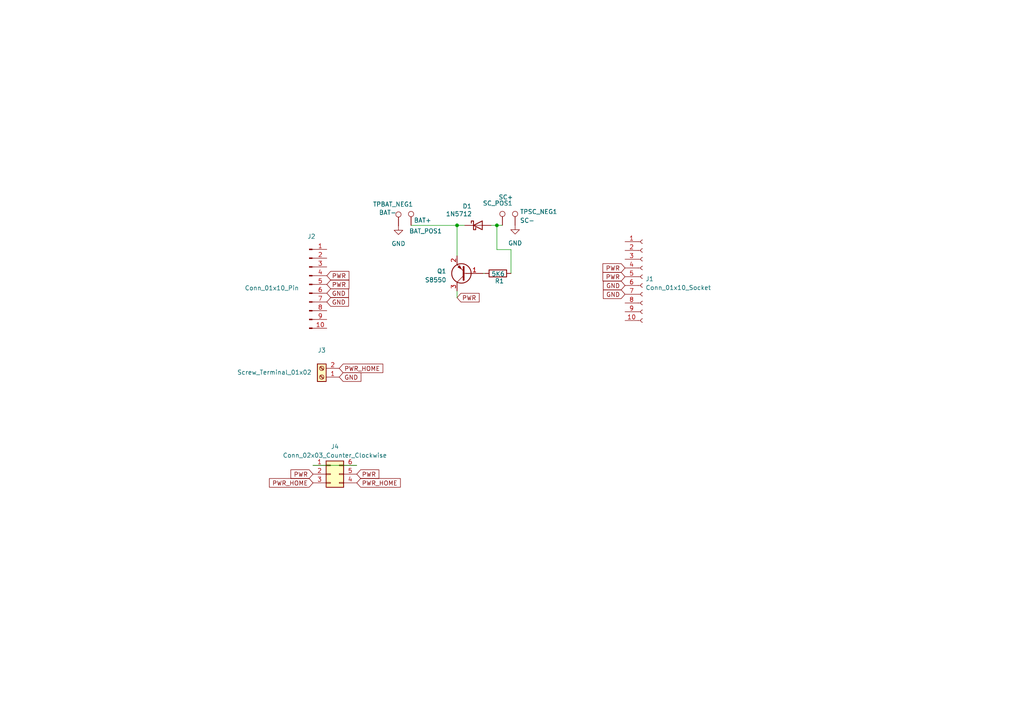
<source format=kicad_sch>
(kicad_sch (version 20230121) (generator eeschema)

  (uuid 36c3529d-7964-4040-afe2-98add62a25cb)

  (paper "A4")

  (lib_symbols
    (symbol "Connector:Conn_01x10_Pin" (pin_names (offset 1.016) hide) (in_bom yes) (on_board yes)
      (property "Reference" "J" (at 0 12.7 0)
        (effects (font (size 1.27 1.27)))
      )
      (property "Value" "Conn_01x10_Pin" (at 0 -15.24 0)
        (effects (font (size 1.27 1.27)))
      )
      (property "Footprint" "" (at 0 0 0)
        (effects (font (size 1.27 1.27)) hide)
      )
      (property "Datasheet" "~" (at 0 0 0)
        (effects (font (size 1.27 1.27)) hide)
      )
      (property "ki_locked" "" (at 0 0 0)
        (effects (font (size 1.27 1.27)))
      )
      (property "ki_keywords" "connector" (at 0 0 0)
        (effects (font (size 1.27 1.27)) hide)
      )
      (property "ki_description" "Generic connector, single row, 01x10, script generated" (at 0 0 0)
        (effects (font (size 1.27 1.27)) hide)
      )
      (property "ki_fp_filters" "Connector*:*_1x??_*" (at 0 0 0)
        (effects (font (size 1.27 1.27)) hide)
      )
      (symbol "Conn_01x10_Pin_1_1"
        (polyline
          (pts
            (xy 1.27 -12.7)
            (xy 0.8636 -12.7)
          )
          (stroke (width 0.1524) (type default))
          (fill (type none))
        )
        (polyline
          (pts
            (xy 1.27 -10.16)
            (xy 0.8636 -10.16)
          )
          (stroke (width 0.1524) (type default))
          (fill (type none))
        )
        (polyline
          (pts
            (xy 1.27 -7.62)
            (xy 0.8636 -7.62)
          )
          (stroke (width 0.1524) (type default))
          (fill (type none))
        )
        (polyline
          (pts
            (xy 1.27 -5.08)
            (xy 0.8636 -5.08)
          )
          (stroke (width 0.1524) (type default))
          (fill (type none))
        )
        (polyline
          (pts
            (xy 1.27 -2.54)
            (xy 0.8636 -2.54)
          )
          (stroke (width 0.1524) (type default))
          (fill (type none))
        )
        (polyline
          (pts
            (xy 1.27 0)
            (xy 0.8636 0)
          )
          (stroke (width 0.1524) (type default))
          (fill (type none))
        )
        (polyline
          (pts
            (xy 1.27 2.54)
            (xy 0.8636 2.54)
          )
          (stroke (width 0.1524) (type default))
          (fill (type none))
        )
        (polyline
          (pts
            (xy 1.27 5.08)
            (xy 0.8636 5.08)
          )
          (stroke (width 0.1524) (type default))
          (fill (type none))
        )
        (polyline
          (pts
            (xy 1.27 7.62)
            (xy 0.8636 7.62)
          )
          (stroke (width 0.1524) (type default))
          (fill (type none))
        )
        (polyline
          (pts
            (xy 1.27 10.16)
            (xy 0.8636 10.16)
          )
          (stroke (width 0.1524) (type default))
          (fill (type none))
        )
        (rectangle (start 0.8636 -12.573) (end 0 -12.827)
          (stroke (width 0.1524) (type default))
          (fill (type outline))
        )
        (rectangle (start 0.8636 -10.033) (end 0 -10.287)
          (stroke (width 0.1524) (type default))
          (fill (type outline))
        )
        (rectangle (start 0.8636 -7.493) (end 0 -7.747)
          (stroke (width 0.1524) (type default))
          (fill (type outline))
        )
        (rectangle (start 0.8636 -4.953) (end 0 -5.207)
          (stroke (width 0.1524) (type default))
          (fill (type outline))
        )
        (rectangle (start 0.8636 -2.413) (end 0 -2.667)
          (stroke (width 0.1524) (type default))
          (fill (type outline))
        )
        (rectangle (start 0.8636 0.127) (end 0 -0.127)
          (stroke (width 0.1524) (type default))
          (fill (type outline))
        )
        (rectangle (start 0.8636 2.667) (end 0 2.413)
          (stroke (width 0.1524) (type default))
          (fill (type outline))
        )
        (rectangle (start 0.8636 5.207) (end 0 4.953)
          (stroke (width 0.1524) (type default))
          (fill (type outline))
        )
        (rectangle (start 0.8636 7.747) (end 0 7.493)
          (stroke (width 0.1524) (type default))
          (fill (type outline))
        )
        (rectangle (start 0.8636 10.287) (end 0 10.033)
          (stroke (width 0.1524) (type default))
          (fill (type outline))
        )
        (pin passive line (at 5.08 10.16 180) (length 3.81)
          (name "Pin_1" (effects (font (size 1.27 1.27))))
          (number "1" (effects (font (size 1.27 1.27))))
        )
        (pin passive line (at 5.08 -12.7 180) (length 3.81)
          (name "Pin_10" (effects (font (size 1.27 1.27))))
          (number "10" (effects (font (size 1.27 1.27))))
        )
        (pin passive line (at 5.08 7.62 180) (length 3.81)
          (name "Pin_2" (effects (font (size 1.27 1.27))))
          (number "2" (effects (font (size 1.27 1.27))))
        )
        (pin passive line (at 5.08 5.08 180) (length 3.81)
          (name "Pin_3" (effects (font (size 1.27 1.27))))
          (number "3" (effects (font (size 1.27 1.27))))
        )
        (pin passive line (at 5.08 2.54 180) (length 3.81)
          (name "Pin_4" (effects (font (size 1.27 1.27))))
          (number "4" (effects (font (size 1.27 1.27))))
        )
        (pin passive line (at 5.08 0 180) (length 3.81)
          (name "Pin_5" (effects (font (size 1.27 1.27))))
          (number "5" (effects (font (size 1.27 1.27))))
        )
        (pin passive line (at 5.08 -2.54 180) (length 3.81)
          (name "Pin_6" (effects (font (size 1.27 1.27))))
          (number "6" (effects (font (size 1.27 1.27))))
        )
        (pin passive line (at 5.08 -5.08 180) (length 3.81)
          (name "Pin_7" (effects (font (size 1.27 1.27))))
          (number "7" (effects (font (size 1.27 1.27))))
        )
        (pin passive line (at 5.08 -7.62 180) (length 3.81)
          (name "Pin_8" (effects (font (size 1.27 1.27))))
          (number "8" (effects (font (size 1.27 1.27))))
        )
        (pin passive line (at 5.08 -10.16 180) (length 3.81)
          (name "Pin_9" (effects (font (size 1.27 1.27))))
          (number "9" (effects (font (size 1.27 1.27))))
        )
      )
    )
    (symbol "Connector:Conn_01x10_Socket" (pin_names (offset 1.016) hide) (in_bom yes) (on_board yes)
      (property "Reference" "J" (at 0 12.7 0)
        (effects (font (size 1.27 1.27)))
      )
      (property "Value" "Conn_01x10_Socket" (at 0 -15.24 0)
        (effects (font (size 1.27 1.27)))
      )
      (property "Footprint" "" (at 0 0 0)
        (effects (font (size 1.27 1.27)) hide)
      )
      (property "Datasheet" "~" (at 0 0 0)
        (effects (font (size 1.27 1.27)) hide)
      )
      (property "ki_locked" "" (at 0 0 0)
        (effects (font (size 1.27 1.27)))
      )
      (property "ki_keywords" "connector" (at 0 0 0)
        (effects (font (size 1.27 1.27)) hide)
      )
      (property "ki_description" "Generic connector, single row, 01x10, script generated" (at 0 0 0)
        (effects (font (size 1.27 1.27)) hide)
      )
      (property "ki_fp_filters" "Connector*:*_1x??_*" (at 0 0 0)
        (effects (font (size 1.27 1.27)) hide)
      )
      (symbol "Conn_01x10_Socket_1_1"
        (arc (start 0 -12.192) (mid -0.5058 -12.7) (end 0 -13.208)
          (stroke (width 0.1524) (type default))
          (fill (type none))
        )
        (arc (start 0 -9.652) (mid -0.5058 -10.16) (end 0 -10.668)
          (stroke (width 0.1524) (type default))
          (fill (type none))
        )
        (arc (start 0 -7.112) (mid -0.5058 -7.62) (end 0 -8.128)
          (stroke (width 0.1524) (type default))
          (fill (type none))
        )
        (arc (start 0 -4.572) (mid -0.5058 -5.08) (end 0 -5.588)
          (stroke (width 0.1524) (type default))
          (fill (type none))
        )
        (arc (start 0 -2.032) (mid -0.5058 -2.54) (end 0 -3.048)
          (stroke (width 0.1524) (type default))
          (fill (type none))
        )
        (polyline
          (pts
            (xy -1.27 -12.7)
            (xy -0.508 -12.7)
          )
          (stroke (width 0.1524) (type default))
          (fill (type none))
        )
        (polyline
          (pts
            (xy -1.27 -10.16)
            (xy -0.508 -10.16)
          )
          (stroke (width 0.1524) (type default))
          (fill (type none))
        )
        (polyline
          (pts
            (xy -1.27 -7.62)
            (xy -0.508 -7.62)
          )
          (stroke (width 0.1524) (type default))
          (fill (type none))
        )
        (polyline
          (pts
            (xy -1.27 -5.08)
            (xy -0.508 -5.08)
          )
          (stroke (width 0.1524) (type default))
          (fill (type none))
        )
        (polyline
          (pts
            (xy -1.27 -2.54)
            (xy -0.508 -2.54)
          )
          (stroke (width 0.1524) (type default))
          (fill (type none))
        )
        (polyline
          (pts
            (xy -1.27 0)
            (xy -0.508 0)
          )
          (stroke (width 0.1524) (type default))
          (fill (type none))
        )
        (polyline
          (pts
            (xy -1.27 2.54)
            (xy -0.508 2.54)
          )
          (stroke (width 0.1524) (type default))
          (fill (type none))
        )
        (polyline
          (pts
            (xy -1.27 5.08)
            (xy -0.508 5.08)
          )
          (stroke (width 0.1524) (type default))
          (fill (type none))
        )
        (polyline
          (pts
            (xy -1.27 7.62)
            (xy -0.508 7.62)
          )
          (stroke (width 0.1524) (type default))
          (fill (type none))
        )
        (polyline
          (pts
            (xy -1.27 10.16)
            (xy -0.508 10.16)
          )
          (stroke (width 0.1524) (type default))
          (fill (type none))
        )
        (arc (start 0 0.508) (mid -0.5058 0) (end 0 -0.508)
          (stroke (width 0.1524) (type default))
          (fill (type none))
        )
        (arc (start 0 3.048) (mid -0.5058 2.54) (end 0 2.032)
          (stroke (width 0.1524) (type default))
          (fill (type none))
        )
        (arc (start 0 5.588) (mid -0.5058 5.08) (end 0 4.572)
          (stroke (width 0.1524) (type default))
          (fill (type none))
        )
        (arc (start 0 8.128) (mid -0.5058 7.62) (end 0 7.112)
          (stroke (width 0.1524) (type default))
          (fill (type none))
        )
        (arc (start 0 10.668) (mid -0.5058 10.16) (end 0 9.652)
          (stroke (width 0.1524) (type default))
          (fill (type none))
        )
        (pin passive line (at -5.08 10.16 0) (length 3.81)
          (name "Pin_1" (effects (font (size 1.27 1.27))))
          (number "1" (effects (font (size 1.27 1.27))))
        )
        (pin passive line (at -5.08 -12.7 0) (length 3.81)
          (name "Pin_10" (effects (font (size 1.27 1.27))))
          (number "10" (effects (font (size 1.27 1.27))))
        )
        (pin passive line (at -5.08 7.62 0) (length 3.81)
          (name "Pin_2" (effects (font (size 1.27 1.27))))
          (number "2" (effects (font (size 1.27 1.27))))
        )
        (pin passive line (at -5.08 5.08 0) (length 3.81)
          (name "Pin_3" (effects (font (size 1.27 1.27))))
          (number "3" (effects (font (size 1.27 1.27))))
        )
        (pin passive line (at -5.08 2.54 0) (length 3.81)
          (name "Pin_4" (effects (font (size 1.27 1.27))))
          (number "4" (effects (font (size 1.27 1.27))))
        )
        (pin passive line (at -5.08 0 0) (length 3.81)
          (name "Pin_5" (effects (font (size 1.27 1.27))))
          (number "5" (effects (font (size 1.27 1.27))))
        )
        (pin passive line (at -5.08 -2.54 0) (length 3.81)
          (name "Pin_6" (effects (font (size 1.27 1.27))))
          (number "6" (effects (font (size 1.27 1.27))))
        )
        (pin passive line (at -5.08 -5.08 0) (length 3.81)
          (name "Pin_7" (effects (font (size 1.27 1.27))))
          (number "7" (effects (font (size 1.27 1.27))))
        )
        (pin passive line (at -5.08 -7.62 0) (length 3.81)
          (name "Pin_8" (effects (font (size 1.27 1.27))))
          (number "8" (effects (font (size 1.27 1.27))))
        )
        (pin passive line (at -5.08 -10.16 0) (length 3.81)
          (name "Pin_9" (effects (font (size 1.27 1.27))))
          (number "9" (effects (font (size 1.27 1.27))))
        )
      )
    )
    (symbol "Connector:Screw_Terminal_01x02" (pin_names (offset 1.016) hide) (in_bom yes) (on_board yes)
      (property "Reference" "J" (at 0 2.54 0)
        (effects (font (size 1.27 1.27)))
      )
      (property "Value" "Screw_Terminal_01x02" (at 0 -5.08 0)
        (effects (font (size 1.27 1.27)))
      )
      (property "Footprint" "" (at 0 0 0)
        (effects (font (size 1.27 1.27)) hide)
      )
      (property "Datasheet" "~" (at 0 0 0)
        (effects (font (size 1.27 1.27)) hide)
      )
      (property "ki_keywords" "screw terminal" (at 0 0 0)
        (effects (font (size 1.27 1.27)) hide)
      )
      (property "ki_description" "Generic screw terminal, single row, 01x02, script generated (kicad-library-utils/schlib/autogen/connector/)" (at 0 0 0)
        (effects (font (size 1.27 1.27)) hide)
      )
      (property "ki_fp_filters" "TerminalBlock*:*" (at 0 0 0)
        (effects (font (size 1.27 1.27)) hide)
      )
      (symbol "Screw_Terminal_01x02_1_1"
        (rectangle (start -1.27 1.27) (end 1.27 -3.81)
          (stroke (width 0.254) (type default))
          (fill (type background))
        )
        (circle (center 0 -2.54) (radius 0.635)
          (stroke (width 0.1524) (type default))
          (fill (type none))
        )
        (polyline
          (pts
            (xy -0.5334 -2.2098)
            (xy 0.3302 -3.048)
          )
          (stroke (width 0.1524) (type default))
          (fill (type none))
        )
        (polyline
          (pts
            (xy -0.5334 0.3302)
            (xy 0.3302 -0.508)
          )
          (stroke (width 0.1524) (type default))
          (fill (type none))
        )
        (polyline
          (pts
            (xy -0.3556 -2.032)
            (xy 0.508 -2.8702)
          )
          (stroke (width 0.1524) (type default))
          (fill (type none))
        )
        (polyline
          (pts
            (xy -0.3556 0.508)
            (xy 0.508 -0.3302)
          )
          (stroke (width 0.1524) (type default))
          (fill (type none))
        )
        (circle (center 0 0) (radius 0.635)
          (stroke (width 0.1524) (type default))
          (fill (type none))
        )
        (pin passive line (at -5.08 0 0) (length 3.81)
          (name "Pin_1" (effects (font (size 1.27 1.27))))
          (number "1" (effects (font (size 1.27 1.27))))
        )
        (pin passive line (at -5.08 -2.54 0) (length 3.81)
          (name "Pin_2" (effects (font (size 1.27 1.27))))
          (number "2" (effects (font (size 1.27 1.27))))
        )
      )
    )
    (symbol "Connector:TestPoint" (pin_numbers hide) (pin_names (offset 0.762) hide) (in_bom yes) (on_board yes)
      (property "Reference" "TP" (at 0 6.858 0)
        (effects (font (size 1.27 1.27)))
      )
      (property "Value" "TestPoint" (at 0 5.08 0)
        (effects (font (size 1.27 1.27)))
      )
      (property "Footprint" "" (at 5.08 0 0)
        (effects (font (size 1.27 1.27)) hide)
      )
      (property "Datasheet" "~" (at 5.08 0 0)
        (effects (font (size 1.27 1.27)) hide)
      )
      (property "ki_keywords" "test point tp" (at 0 0 0)
        (effects (font (size 1.27 1.27)) hide)
      )
      (property "ki_description" "test point" (at 0 0 0)
        (effects (font (size 1.27 1.27)) hide)
      )
      (property "ki_fp_filters" "Pin* Test*" (at 0 0 0)
        (effects (font (size 1.27 1.27)) hide)
      )
      (symbol "TestPoint_0_1"
        (circle (center 0 3.302) (radius 0.762)
          (stroke (width 0) (type default))
          (fill (type none))
        )
      )
      (symbol "TestPoint_1_1"
        (pin passive line (at 0 0 90) (length 2.54)
          (name "1" (effects (font (size 1.27 1.27))))
          (number "1" (effects (font (size 1.27 1.27))))
        )
      )
    )
    (symbol "Connector_Generic:Conn_02x03_Counter_Clockwise" (pin_names (offset 1.016) hide) (in_bom yes) (on_board yes)
      (property "Reference" "J" (at 1.27 5.08 0)
        (effects (font (size 1.27 1.27)))
      )
      (property "Value" "Conn_02x03_Counter_Clockwise" (at 1.27 -5.08 0)
        (effects (font (size 1.27 1.27)))
      )
      (property "Footprint" "" (at 0 0 0)
        (effects (font (size 1.27 1.27)) hide)
      )
      (property "Datasheet" "~" (at 0 0 0)
        (effects (font (size 1.27 1.27)) hide)
      )
      (property "ki_keywords" "connector" (at 0 0 0)
        (effects (font (size 1.27 1.27)) hide)
      )
      (property "ki_description" "Generic connector, double row, 02x03, counter clockwise pin numbering scheme (similar to DIP package numbering), script generated (kicad-library-utils/schlib/autogen/connector/)" (at 0 0 0)
        (effects (font (size 1.27 1.27)) hide)
      )
      (property "ki_fp_filters" "Connector*:*_2x??_*" (at 0 0 0)
        (effects (font (size 1.27 1.27)) hide)
      )
      (symbol "Conn_02x03_Counter_Clockwise_1_1"
        (rectangle (start -1.27 -2.413) (end 0 -2.667)
          (stroke (width 0.1524) (type default))
          (fill (type none))
        )
        (rectangle (start -1.27 0.127) (end 0 -0.127)
          (stroke (width 0.1524) (type default))
          (fill (type none))
        )
        (rectangle (start -1.27 2.667) (end 0 2.413)
          (stroke (width 0.1524) (type default))
          (fill (type none))
        )
        (rectangle (start -1.27 3.81) (end 3.81 -3.81)
          (stroke (width 0.254) (type default))
          (fill (type background))
        )
        (rectangle (start 3.81 -2.413) (end 2.54 -2.667)
          (stroke (width 0.1524) (type default))
          (fill (type none))
        )
        (rectangle (start 3.81 0.127) (end 2.54 -0.127)
          (stroke (width 0.1524) (type default))
          (fill (type none))
        )
        (rectangle (start 3.81 2.667) (end 2.54 2.413)
          (stroke (width 0.1524) (type default))
          (fill (type none))
        )
        (pin passive line (at -5.08 2.54 0) (length 3.81)
          (name "Pin_1" (effects (font (size 1.27 1.27))))
          (number "1" (effects (font (size 1.27 1.27))))
        )
        (pin passive line (at -5.08 0 0) (length 3.81)
          (name "Pin_2" (effects (font (size 1.27 1.27))))
          (number "2" (effects (font (size 1.27 1.27))))
        )
        (pin passive line (at -5.08 -2.54 0) (length 3.81)
          (name "Pin_3" (effects (font (size 1.27 1.27))))
          (number "3" (effects (font (size 1.27 1.27))))
        )
        (pin passive line (at 7.62 -2.54 180) (length 3.81)
          (name "Pin_4" (effects (font (size 1.27 1.27))))
          (number "4" (effects (font (size 1.27 1.27))))
        )
        (pin passive line (at 7.62 0 180) (length 3.81)
          (name "Pin_5" (effects (font (size 1.27 1.27))))
          (number "5" (effects (font (size 1.27 1.27))))
        )
        (pin passive line (at 7.62 2.54 180) (length 3.81)
          (name "Pin_6" (effects (font (size 1.27 1.27))))
          (number "6" (effects (font (size 1.27 1.27))))
        )
      )
    )
    (symbol "Device:R" (pin_numbers hide) (pin_names (offset 0)) (in_bom yes) (on_board yes)
      (property "Reference" "R" (at 2.032 0 90)
        (effects (font (size 1.27 1.27)))
      )
      (property "Value" "R" (at 0 0 90)
        (effects (font (size 1.27 1.27)))
      )
      (property "Footprint" "" (at -1.778 0 90)
        (effects (font (size 1.27 1.27)) hide)
      )
      (property "Datasheet" "~" (at 0 0 0)
        (effects (font (size 1.27 1.27)) hide)
      )
      (property "ki_keywords" "R res resistor" (at 0 0 0)
        (effects (font (size 1.27 1.27)) hide)
      )
      (property "ki_description" "Resistor" (at 0 0 0)
        (effects (font (size 1.27 1.27)) hide)
      )
      (property "ki_fp_filters" "R_*" (at 0 0 0)
        (effects (font (size 1.27 1.27)) hide)
      )
      (symbol "R_0_1"
        (rectangle (start -1.016 -2.54) (end 1.016 2.54)
          (stroke (width 0.254) (type default))
          (fill (type none))
        )
      )
      (symbol "R_1_1"
        (pin passive line (at 0 3.81 270) (length 1.27)
          (name "~" (effects (font (size 1.27 1.27))))
          (number "1" (effects (font (size 1.27 1.27))))
        )
        (pin passive line (at 0 -3.81 90) (length 1.27)
          (name "~" (effects (font (size 1.27 1.27))))
          (number "2" (effects (font (size 1.27 1.27))))
        )
      )
    )
    (symbol "Diode:1N5712" (pin_numbers hide) (pin_names (offset 1.016) hide) (in_bom yes) (on_board yes)
      (property "Reference" "D" (at 0 2.54 0)
        (effects (font (size 1.27 1.27)))
      )
      (property "Value" "1N5712" (at 0 -2.54 0)
        (effects (font (size 1.27 1.27)))
      )
      (property "Footprint" "Diode_THT:D_DO-35_SOD27_P7.62mm_Horizontal" (at 0 -4.445 0)
        (effects (font (size 1.27 1.27)) hide)
      )
      (property "Datasheet" "https://www.microsemi.com/document-portal/doc_download/8865-lds-0040-datasheet" (at 0 0 0)
        (effects (font (size 1.27 1.27)) hide)
      )
      (property "ki_keywords" "diode Schottky" (at 0 0 0)
        (effects (font (size 1.27 1.27)) hide)
      )
      (property "ki_description" "20V 75mA Schottky diode, DO-35" (at 0 0 0)
        (effects (font (size 1.27 1.27)) hide)
      )
      (property "ki_fp_filters" "D*DO?35*" (at 0 0 0)
        (effects (font (size 1.27 1.27)) hide)
      )
      (symbol "1N5712_0_1"
        (polyline
          (pts
            (xy 1.27 0)
            (xy -1.27 0)
          )
          (stroke (width 0) (type default))
          (fill (type none))
        )
        (polyline
          (pts
            (xy 1.27 1.27)
            (xy 1.27 -1.27)
            (xy -1.27 0)
            (xy 1.27 1.27)
          )
          (stroke (width 0.254) (type default))
          (fill (type none))
        )
        (polyline
          (pts
            (xy -1.905 0.635)
            (xy -1.905 1.27)
            (xy -1.27 1.27)
            (xy -1.27 -1.27)
            (xy -0.635 -1.27)
            (xy -0.635 -0.635)
          )
          (stroke (width 0.254) (type default))
          (fill (type none))
        )
      )
      (symbol "1N5712_1_1"
        (pin passive line (at -3.81 0 0) (length 2.54)
          (name "K" (effects (font (size 1.27 1.27))))
          (number "1" (effects (font (size 1.27 1.27))))
        )
        (pin passive line (at 3.81 0 180) (length 2.54)
          (name "A" (effects (font (size 1.27 1.27))))
          (number "2" (effects (font (size 1.27 1.27))))
        )
      )
    )
    (symbol "Transistor_BJT:S8550" (pin_names (offset 0) hide) (in_bom yes) (on_board yes)
      (property "Reference" "Q" (at 5.08 1.905 0)
        (effects (font (size 1.27 1.27)) (justify left))
      )
      (property "Value" "S8550" (at -6.9088 9.0424 0)
        (effects (font (size 1.27 1.27)) (justify left))
      )
      (property "Footprint" "Package_TO_SOT_THT:TO-92_Inline" (at -11.5316 13.3604 0)
        (effects (font (size 1.27 1.27) italic) (justify left) hide)
      )
      (property "Datasheet" "http://www.unisonic.com.tw/datasheet/S8550.pdf" (at -14.1224 15.24 0)
        (effects (font (size 1.27 1.27)) (justify left) hide)
      )
      (property "ki_keywords" "S8550 PNP Low Voltage High Current Transistor" (at 0 0 0)
        (effects (font (size 1.27 1.27)) hide)
      )
      (property "ki_description" "0.7A Ic, 20V Vce, Low Voltage High Current PNP Transistor, TO-92" (at 0 0 0)
        (effects (font (size 1.27 1.27)) hide)
      )
      (property "ki_fp_filters" "TO?92*" (at 0 0 0)
        (effects (font (size 1.27 1.27)) hide)
      )
      (symbol "S8550_0_1"
        (polyline
          (pts
            (xy 0 0)
            (xy 0.635 0)
          )
          (stroke (width 0) (type default))
          (fill (type none))
        )
        (polyline
          (pts
            (xy 2.54 -2.54)
            (xy 0.635 -0.635)
          )
          (stroke (width 0) (type default))
          (fill (type none))
        )
        (polyline
          (pts
            (xy 2.54 2.54)
            (xy 0.635 0.635)
          )
          (stroke (width 0) (type default))
          (fill (type none))
        )
        (polyline
          (pts
            (xy 0.635 1.905)
            (xy 0.635 -1.905)
            (xy 0.635 -1.905)
          )
          (stroke (width 0.508) (type default))
          (fill (type outline))
        )
        (polyline
          (pts
            (xy 1.778 -2.286)
            (xy 2.286 -1.778)
            (xy 1.27 -1.27)
            (xy 1.778 -2.286)
            (xy 1.778 -2.286)
          )
          (stroke (width 0) (type default))
          (fill (type outline))
        )
        (circle (center 1.27 0) (radius 2.8194)
          (stroke (width 0.254) (type default))
          (fill (type none))
        )
      )
      (symbol "S8550_1_1"
        (pin input line (at -5.08 0 0) (length 5.08)
          (name "B" (effects (font (size 1.27 1.27))))
          (number "1" (effects (font (size 1.27 1.27))))
        )
        (pin passive line (at 2.54 -5.08 90) (length 2.54)
          (name "E" (effects (font (size 1.27 1.27))))
          (number "2" (effects (font (size 1.27 1.27))))
        )
        (pin passive line (at 2.54 5.08 270) (length 2.54)
          (name "C" (effects (font (size 1.27 1.27))))
          (number "3" (effects (font (size 1.27 1.27))))
        )
      )
    )
    (symbol "power:GND" (power) (pin_names (offset 0)) (in_bom yes) (on_board yes)
      (property "Reference" "#PWR" (at 0 -6.35 0)
        (effects (font (size 1.27 1.27)) hide)
      )
      (property "Value" "GND" (at 0 -3.81 0)
        (effects (font (size 1.27 1.27)))
      )
      (property "Footprint" "" (at 0 0 0)
        (effects (font (size 1.27 1.27)) hide)
      )
      (property "Datasheet" "" (at 0 0 0)
        (effects (font (size 1.27 1.27)) hide)
      )
      (property "ki_keywords" "global power" (at 0 0 0)
        (effects (font (size 1.27 1.27)) hide)
      )
      (property "ki_description" "Power symbol creates a global label with name \"GND\" , ground" (at 0 0 0)
        (effects (font (size 1.27 1.27)) hide)
      )
      (symbol "GND_0_1"
        (polyline
          (pts
            (xy 0 0)
            (xy 0 -1.27)
            (xy 1.27 -1.27)
            (xy 0 -2.54)
            (xy -1.27 -1.27)
            (xy 0 -1.27)
          )
          (stroke (width 0) (type default))
          (fill (type none))
        )
      )
      (symbol "GND_1_1"
        (pin power_in line (at 0 0 270) (length 0) hide
          (name "GND" (effects (font (size 1.27 1.27))))
          (number "1" (effects (font (size 1.27 1.27))))
        )
      )
    )
  )

  (junction (at 132.5626 65.3542) (diameter 0) (color 0 0 0 0)
    (uuid 211943e2-45c8-465e-9900-bd27b2c406e4)
  )
  (junction (at 144.1196 65.3542) (diameter 0) (color 0 0 0 0)
    (uuid 60aca121-0622-47bc-89f8-613d5410ffd3)
  )

  (wire (pts (xy 132.5626 65.3542) (xy 132.5626 74.2188))
    (stroke (width 0) (type default))
    (uuid 0819d2ed-939c-49be-9802-95282532ac53)
  )
  (wire (pts (xy 144.1196 65.3542) (xy 145.7198 65.3542))
    (stroke (width 0) (type default))
    (uuid 0e87420b-a0f9-43b2-a676-f5235cd27e39)
  )
  (wire (pts (xy 132.5626 86.3346) (xy 132.5626 84.3788))
    (stroke (width 0) (type default))
    (uuid 116872e2-388f-4563-916e-c92bda5ddd55)
  )
  (wire (pts (xy 134.7978 65.3542) (xy 132.5626 65.3542))
    (stroke (width 0) (type default))
    (uuid 17dea650-3dce-4e00-bf31-5f0af7a5e9b6)
  )
  (wire (pts (xy 144.1196 72.39) (xy 148.209 72.39))
    (stroke (width 0) (type default))
    (uuid 1a7faf6c-a2ca-498d-aeab-1add069afaef)
  )
  (wire (pts (xy 90.7796 134.9756) (xy 103.4796 134.9756))
    (stroke (width 0) (type default))
    (uuid 37a81072-b6c0-4346-b681-f8c0baa8979d)
  )
  (wire (pts (xy 148.209 72.39) (xy 148.209 79.2988))
    (stroke (width 0) (type default))
    (uuid 628618ed-9c4e-44ff-a149-c4b76a26a965)
  )
  (wire (pts (xy 132.461 65.3542) (xy 132.461 65.3796))
    (stroke (width 0) (type default))
    (uuid 7b4d1a5e-396a-48ba-b0cf-4d4301ae5dd4)
  )
  (wire (pts (xy 132.5626 65.3542) (xy 132.461 65.3542))
    (stroke (width 0) (type default))
    (uuid 9c70d088-a21c-4507-84c2-9a11f1e9d50d)
  )
  (wire (pts (xy 144.1196 65.3542) (xy 144.1196 72.39))
    (stroke (width 0) (type default))
    (uuid db2ea387-38ea-48c9-8f03-cb84ffb7e20a)
  )
  (wire (pts (xy 142.4178 65.3542) (xy 144.1196 65.3542))
    (stroke (width 0) (type default))
    (uuid e520faf7-cbb6-4950-8f5a-7502dbeacdd1)
  )
  (wire (pts (xy 132.461 65.3796) (xy 119.2276 65.3796))
    (stroke (width 0) (type default))
    (uuid e969a927-8088-4f33-8d9e-58c8ed77b8bd)
  )
  (wire (pts (xy 140.1826 79.2988) (xy 140.589 79.2988))
    (stroke (width 0) (type default))
    (uuid fc905a4b-331a-4722-9b03-e78ce16c1aca)
  )

  (global_label "PWR" (shape input) (at 94.7928 82.4992 0) (fields_autoplaced)
    (effects (font (size 1.27 1.27)) (justify left))
    (uuid 116cf5d8-5b36-47c9-90bd-374b24903f38)
    (property "Intersheetrefs" "${INTERSHEET_REFS}" (at 101.69 82.4992 0)
      (effects (font (size 1.27 1.27)) (justify left) hide)
    )
  )
  (global_label "PWR_HOME" (shape input) (at 90.7796 140.0556 180) (fields_autoplaced)
    (effects (font (size 1.27 1.27)) (justify right))
    (uuid 1a222aa5-50bb-487b-b6b3-39833e0f65fa)
    (property "Intersheetrefs" "${INTERSHEET_REFS}" (at 77.6534 140.0556 0)
      (effects (font (size 1.27 1.27)) (justify right) hide)
    )
  )
  (global_label "PWR" (shape input) (at 94.7928 79.9592 0) (fields_autoplaced)
    (effects (font (size 1.27 1.27)) (justify left))
    (uuid 38fbf576-51c9-4f77-84cf-99af6b85442e)
    (property "Intersheetrefs" "${INTERSHEET_REFS}" (at 101.69 79.9592 0)
      (effects (font (size 1.27 1.27)) (justify left) hide)
    )
  )
  (global_label "GND" (shape input) (at 181.2798 85.344 180) (fields_autoplaced)
    (effects (font (size 1.27 1.27)) (justify right))
    (uuid 3d667d52-5bec-44d3-ac8f-1ca75a30d32f)
    (property "Intersheetrefs" "${INTERSHEET_REFS}" (at 174.5035 85.344 0)
      (effects (font (size 1.27 1.27)) (justify right) hide)
    )
  )
  (global_label "PWR" (shape input) (at 103.4796 137.5156 0) (fields_autoplaced)
    (effects (font (size 1.27 1.27)) (justify left))
    (uuid 5718f52b-d2b8-4578-af08-d0d07c310d1c)
    (property "Intersheetrefs" "${INTERSHEET_REFS}" (at 110.3768 137.5156 0)
      (effects (font (size 1.27 1.27)) (justify left) hide)
    )
  )
  (global_label "PWR" (shape input) (at 132.5626 86.3346 0) (fields_autoplaced)
    (effects (font (size 1.27 1.27)) (justify left))
    (uuid 612d95a8-cdb8-497a-b20a-2601c8758def)
    (property "Intersheetrefs" "${INTERSHEET_REFS}" (at 139.4598 86.3346 0)
      (effects (font (size 1.27 1.27)) (justify left) hide)
    )
  )
  (global_label "GND" (shape input) (at 181.2798 82.804 180) (fields_autoplaced)
    (effects (font (size 1.27 1.27)) (justify right))
    (uuid 766a07e4-4a00-4c76-9639-464c87841874)
    (property "Intersheetrefs" "${INTERSHEET_REFS}" (at 174.5035 82.804 0)
      (effects (font (size 1.27 1.27)) (justify right) hide)
    )
  )
  (global_label "PWR_HOME" (shape input) (at 98.3996 106.8324 0) (fields_autoplaced)
    (effects (font (size 1.27 1.27)) (justify left))
    (uuid 8f235deb-fd18-4b12-9d37-751df1a1570e)
    (property "Intersheetrefs" "${INTERSHEET_REFS}" (at 111.5258 106.8324 0)
      (effects (font (size 1.27 1.27)) (justify left) hide)
    )
  )
  (global_label "PWR" (shape input) (at 181.2798 77.724 180) (fields_autoplaced)
    (effects (font (size 1.27 1.27)) (justify right))
    (uuid bec3ec44-9ca4-46e4-a2ef-5c9c333a8670)
    (property "Intersheetrefs" "${INTERSHEET_REFS}" (at 174.3826 77.724 0)
      (effects (font (size 1.27 1.27)) (justify right) hide)
    )
  )
  (global_label "PWR" (shape input) (at 90.7796 137.5156 180) (fields_autoplaced)
    (effects (font (size 1.27 1.27)) (justify right))
    (uuid c520e0cb-d653-4b26-9ddb-d131a370cffd)
    (property "Intersheetrefs" "${INTERSHEET_REFS}" (at 83.8824 137.5156 0)
      (effects (font (size 1.27 1.27)) (justify right) hide)
    )
  )
  (global_label "GND" (shape input) (at 98.3996 109.3724 0) (fields_autoplaced)
    (effects (font (size 1.27 1.27)) (justify left))
    (uuid df7de03d-ce3a-4899-b341-fdfba91a511b)
    (property "Intersheetrefs" "${INTERSHEET_REFS}" (at 105.1759 109.3724 0)
      (effects (font (size 1.27 1.27)) (justify left) hide)
    )
  )
  (global_label "PWR" (shape input) (at 181.2798 80.264 180) (fields_autoplaced)
    (effects (font (size 1.27 1.27)) (justify right))
    (uuid e1d9f67c-aa28-431a-aca8-cf04671f02b8)
    (property "Intersheetrefs" "${INTERSHEET_REFS}" (at 174.3826 80.264 0)
      (effects (font (size 1.27 1.27)) (justify right) hide)
    )
  )
  (global_label "GND" (shape input) (at 94.7928 85.0392 0) (fields_autoplaced)
    (effects (font (size 1.27 1.27)) (justify left))
    (uuid e8215fa9-531d-4327-a520-72348dc390c7)
    (property "Intersheetrefs" "${INTERSHEET_REFS}" (at 101.5691 85.0392 0)
      (effects (font (size 1.27 1.27)) (justify left) hide)
    )
  )
  (global_label "GND" (shape input) (at 94.7928 87.5792 0) (fields_autoplaced)
    (effects (font (size 1.27 1.27)) (justify left))
    (uuid e89ba201-671d-4183-9c00-a18b699cd928)
    (property "Intersheetrefs" "${INTERSHEET_REFS}" (at 101.5691 87.5792 0)
      (effects (font (size 1.27 1.27)) (justify left) hide)
    )
  )
  (global_label "PWR_HOME" (shape input) (at 103.4796 140.0556 0) (fields_autoplaced)
    (effects (font (size 1.27 1.27)) (justify left))
    (uuid f4d55fbf-9000-40cc-8ac3-334c5d269be9)
    (property "Intersheetrefs" "${INTERSHEET_REFS}" (at 116.6058 140.0556 0)
      (effects (font (size 1.27 1.27)) (justify left) hide)
    )
  )

  (symbol (lib_id "Connector:Conn_01x10_Pin") (at 89.7128 82.4992 0) (unit 1)
    (in_bom yes) (on_board yes) (dnp no)
    (uuid 0d1a6110-a2df-4e49-a796-bc70be681dba)
    (property "Reference" "J2" (at 90.3478 68.58 0)
      (effects (font (size 1.27 1.27)))
    )
    (property "Value" "Conn_01x10_Pin" (at 78.8416 83.5406 0)
      (effects (font (size 1.27 1.27)))
    )
    (property "Footprint" "Connector_PinHeader_2.54mm:PinHeader_1x10_P2.54mm_Horizontal" (at 89.7128 82.4992 0)
      (effects (font (size 1.27 1.27)) hide)
    )
    (property "Datasheet" "~" (at 89.7128 82.4992 0)
      (effects (font (size 1.27 1.27)) hide)
    )
    (pin "1" (uuid 82ab235f-1ce1-4c43-9601-116c93bbb292))
    (pin "10" (uuid 44cdd2c9-25ca-45c0-806c-ad7244aa6181))
    (pin "2" (uuid 8fec6237-0eba-4a26-90d7-4301fa792b3b))
    (pin "3" (uuid fc8752c8-5cd8-4fbc-bf64-b2b503751122))
    (pin "4" (uuid bde6e1a2-12b7-48c1-9903-5a606782fc2b))
    (pin "5" (uuid f6dc3547-2ca7-415c-b2c3-553385c102e9))
    (pin "6" (uuid d1f4ff34-e71e-46fd-a338-6d59465aaa1d))
    (pin "7" (uuid fe27eb0b-b6f1-4ec9-88fe-7ee6b2a3ed8a))
    (pin "8" (uuid b0305aed-47f7-4c71-9595-33b8759ac038))
    (pin "9" (uuid a5e94b5a-3454-4a1a-8289-1b8fe8b747c3))
    (instances
      (project "Solar Cell offgrid Power"
        (path "/36c3529d-7964-4040-afe2-98add62a25cb"
          (reference "J2") (unit 1)
        )
      )
    )
  )

  (symbol (lib_id "Connector:Conn_01x10_Socket") (at 186.3598 80.264 0) (unit 1)
    (in_bom yes) (on_board yes) (dnp no) (fields_autoplaced)
    (uuid 2cf945ea-b821-43b9-b82c-edd5f0415693)
    (property "Reference" "J1" (at 187.2234 80.899 0)
      (effects (font (size 1.27 1.27)) (justify left))
    )
    (property "Value" "Conn_01x10_Socket" (at 187.2234 83.439 0)
      (effects (font (size 1.27 1.27)) (justify left))
    )
    (property "Footprint" "Connector_PinSocket_2.54mm:PinSocket_1x10_P2.54mm_Horizontal" (at 186.3598 80.264 0)
      (effects (font (size 1.27 1.27)) hide)
    )
    (property "Datasheet" "~" (at 186.3598 80.264 0)
      (effects (font (size 1.27 1.27)) hide)
    )
    (pin "1" (uuid a8150bd4-4646-44a3-bc3f-3176f61cd7d6))
    (pin "10" (uuid 05a02c7b-df3f-4114-a340-e61ebb6e2211))
    (pin "2" (uuid 50bcf120-a4b8-4100-8880-54aef9c12ea8))
    (pin "3" (uuid ffe9eb27-a631-4c91-a154-cfce32daee33))
    (pin "4" (uuid d415a04f-702a-4191-a694-682d9a4b1e77))
    (pin "5" (uuid 0e174101-6957-4b65-a74c-d42f97974bf1))
    (pin "6" (uuid 1ad70a5a-bb9b-443f-adb4-7a1eb8022e83))
    (pin "7" (uuid 5a0a10cc-055e-4757-8496-b53af14963b1))
    (pin "8" (uuid ae12f7f7-17ab-4b89-9248-886c5d30feba))
    (pin "9" (uuid 3ed53f2d-4939-4d9d-92d7-2f2ba739ce44))
    (instances
      (project "Solar Cell offgrid Power"
        (path "/36c3529d-7964-4040-afe2-98add62a25cb"
          (reference "J1") (unit 1)
        )
      )
    )
  )

  (symbol (lib_id "Transistor_BJT:S8550") (at 135.1026 79.2988 180) (unit 1)
    (in_bom yes) (on_board yes) (dnp no) (fields_autoplaced)
    (uuid 38f19ea9-9290-418e-ab05-54440e020df5)
    (property "Reference" "Q1" (at 129.4892 78.6638 0)
      (effects (font (size 1.27 1.27)) (justify left))
    )
    (property "Value" "S8550" (at 129.4892 81.2038 0)
      (effects (font (size 1.27 1.27)) (justify left))
    )
    (property "Footprint" "Package_TO_SOT_SMD:SOT-23-3" (at 146.6342 92.6592 0)
      (effects (font (size 1.27 1.27) italic) (justify left) hide)
    )
    (property "Datasheet" "http://www.unisonic.com.tw/datasheet/S8550.pdf" (at 149.225 94.5388 0)
      (effects (font (size 1.27 1.27)) (justify left) hide)
    )
    (pin "1" (uuid fa82202a-540c-4028-96fd-f8cfd1f4dacb))
    (pin "2" (uuid cb30498a-3b36-4db3-80dd-39e7f887910c))
    (pin "3" (uuid ba5a36db-3565-46ea-968c-a3bcac39b43b))
    (instances
      (project "Solar Cell offgrid Power"
        (path "/36c3529d-7964-4040-afe2-98add62a25cb"
          (reference "Q1") (unit 1)
        )
      )
    )
  )

  (symbol (lib_id "power:GND") (at 149.4028 65.3542 0) (unit 1)
    (in_bom yes) (on_board yes) (dnp no) (fields_autoplaced)
    (uuid 555d1a77-af9b-42d8-af1d-f9476b34bf23)
    (property "Reference" "#PWR01" (at 149.4028 71.7042 0)
      (effects (font (size 1.27 1.27)) hide)
    )
    (property "Value" "GND" (at 149.4028 70.5104 0)
      (effects (font (size 1.27 1.27)))
    )
    (property "Footprint" "" (at 149.4028 65.3542 0)
      (effects (font (size 1.27 1.27)) hide)
    )
    (property "Datasheet" "" (at 149.4028 65.3542 0)
      (effects (font (size 1.27 1.27)) hide)
    )
    (pin "1" (uuid 78449772-e825-48d0-aa82-320c6a79b098))
    (instances
      (project "Solar Cell offgrid Power"
        (path "/36c3529d-7964-4040-afe2-98add62a25cb"
          (reference "#PWR01") (unit 1)
        )
      )
    )
  )

  (symbol (lib_id "power:GND") (at 115.57 65.5066 0) (unit 1)
    (in_bom yes) (on_board yes) (dnp no) (fields_autoplaced)
    (uuid 55b4372f-c5c2-4fcd-84b9-2ff0d04b6d24)
    (property "Reference" "#PWR02" (at 115.57 71.8566 0)
      (effects (font (size 1.27 1.27)) hide)
    )
    (property "Value" "GND" (at 115.57 70.6628 0)
      (effects (font (size 1.27 1.27)))
    )
    (property "Footprint" "" (at 115.57 65.5066 0)
      (effects (font (size 1.27 1.27)) hide)
    )
    (property "Datasheet" "" (at 115.57 65.5066 0)
      (effects (font (size 1.27 1.27)) hide)
    )
    (pin "1" (uuid 457485e7-722e-4572-a5fa-dfd3a688c9f2))
    (instances
      (project "Solar Cell offgrid Power"
        (path "/36c3529d-7964-4040-afe2-98add62a25cb"
          (reference "#PWR02") (unit 1)
        )
      )
    )
  )

  (symbol (lib_id "Connector_Generic:Conn_02x03_Counter_Clockwise") (at 95.8596 137.5156 0) (unit 1)
    (in_bom yes) (on_board yes) (dnp no) (fields_autoplaced)
    (uuid 66e0a291-32b6-4cbd-b853-67237f0ca9b0)
    (property "Reference" "J4" (at 97.1296 129.54 0)
      (effects (font (size 1.27 1.27)))
    )
    (property "Value" "Conn_02x03_Counter_Clockwise" (at 97.1296 132.08 0)
      (effects (font (size 1.27 1.27)))
    )
    (property "Footprint" "Button_Switch_THT:Toggle Switch 2 pos PCB  MSS-22D18G2 2P2T" (at 95.8596 137.5156 0)
      (effects (font (size 1.27 1.27)) hide)
    )
    (property "Datasheet" "~" (at 95.8596 137.5156 0)
      (effects (font (size 1.27 1.27)) hide)
    )
    (pin "1" (uuid b2c4ef78-4894-4eac-9ae7-5541488926fc))
    (pin "2" (uuid 6c06cd03-fbc2-48b0-b16d-51f67c45c2d8))
    (pin "3" (uuid 1e2226db-d65b-4b50-aa42-d77454be248c))
    (pin "4" (uuid d964f56c-2d04-4179-880a-4a756acd4df0))
    (pin "5" (uuid 7bb06da2-5217-476b-a055-0632784df73c))
    (pin "6" (uuid a3e6b8a0-f3b7-497d-83e8-43a34fb15700))
    (instances
      (project "Solar Cell offgrid Power"
        (path "/36c3529d-7964-4040-afe2-98add62a25cb"
          (reference "J4") (unit 1)
        )
      )
    )
  )

  (symbol (lib_id "Connector:TestPoint") (at 145.7198 65.3542 0) (unit 1)
    (in_bom yes) (on_board yes) (dnp no)
    (uuid 793db31c-6a05-402f-8809-fbe20039db47)
    (property "Reference" "SC_POS1" (at 140.0048 58.9534 0)
      (effects (font (size 1.27 1.27)) (justify left))
    )
    (property "Value" "SC+" (at 144.5768 57.2008 0)
      (effects (font (size 1.27 1.27)) (justify left))
    )
    (property "Footprint" "TestPoint:TestPoint_Pad_3.0x3.0mm" (at 150.7998 65.3542 0)
      (effects (font (size 1.27 1.27)) hide)
    )
    (property "Datasheet" "~" (at 150.7998 65.3542 0)
      (effects (font (size 1.27 1.27)) hide)
    )
    (pin "1" (uuid afb63abe-a199-4fa9-aa02-8f10df13b4f0))
    (instances
      (project "Solar Cell offgrid Power"
        (path "/36c3529d-7964-4040-afe2-98add62a25cb"
          (reference "SC_POS1") (unit 1)
        )
      )
    )
  )

  (symbol (lib_id "Device:R") (at 144.399 79.2988 270) (unit 1)
    (in_bom yes) (on_board yes) (dnp no)
    (uuid 97fd41b3-558b-4a09-8bc2-2e9655b56ff7)
    (property "Reference" "R1" (at 144.8562 81.5086 90)
      (effects (font (size 1.27 1.27)))
    )
    (property "Value" "5K6" (at 144.4752 79.4512 90)
      (effects (font (size 1.27 1.27)))
    )
    (property "Footprint" "Resistor_SMD:R_1210_3225Metric" (at 144.399 77.5208 90)
      (effects (font (size 1.27 1.27)) hide)
    )
    (property "Datasheet" "~" (at 144.399 79.2988 0)
      (effects (font (size 1.27 1.27)) hide)
    )
    (pin "1" (uuid 22206850-1625-4c06-b169-beb58a871426))
    (pin "2" (uuid ee43514a-4082-400e-a56c-bf28ef98b2a7))
    (instances
      (project "Solar Cell offgrid Power"
        (path "/36c3529d-7964-4040-afe2-98add62a25cb"
          (reference "R1") (unit 1)
        )
      )
    )
  )

  (symbol (lib_id "Diode:1N5712") (at 138.6078 65.3542 0) (unit 1)
    (in_bom yes) (on_board yes) (dnp no)
    (uuid 982fbaa3-ea4d-44fd-bd63-fa8ea0a5e698)
    (property "Reference" "D1" (at 135.4836 59.817 0)
      (effects (font (size 1.27 1.27)))
    )
    (property "Value" "1N5712" (at 133.096 62.0522 0)
      (effects (font (size 1.27 1.27)))
    )
    (property "Footprint" "Diode_SMD:D_SOD-123" (at 138.6078 69.7992 0)
      (effects (font (size 1.27 1.27)) hide)
    )
    (property "Datasheet" "https://www.microsemi.com/document-portal/doc_download/8865-lds-0040-datasheet" (at 138.6078 65.3542 0)
      (effects (font (size 1.27 1.27)) hide)
    )
    (pin "1" (uuid 7165c22e-775d-4fbf-a960-0a5d6f932834))
    (pin "2" (uuid a16c38c4-4468-4473-a69d-17ed378fd07d))
    (instances
      (project "Solar Cell offgrid Power"
        (path "/36c3529d-7964-4040-afe2-98add62a25cb"
          (reference "D1") (unit 1)
        )
      )
    )
  )

  (symbol (lib_id "Connector:TestPoint") (at 149.4028 65.3542 0) (unit 1)
    (in_bom yes) (on_board yes) (dnp no) (fields_autoplaced)
    (uuid d47e87f8-5e40-4420-ab2c-25f673e531b3)
    (property "Reference" "TPSC_NEG1" (at 150.7998 61.4172 0)
      (effects (font (size 1.27 1.27)) (justify left))
    )
    (property "Value" "SC-" (at 150.7998 63.9572 0)
      (effects (font (size 1.27 1.27)) (justify left))
    )
    (property "Footprint" "TestPoint:TestPoint_Pad_3.0x3.0mm" (at 154.4828 65.3542 0)
      (effects (font (size 1.27 1.27)) hide)
    )
    (property "Datasheet" "~" (at 154.4828 65.3542 0)
      (effects (font (size 1.27 1.27)) hide)
    )
    (pin "1" (uuid 8a388d0a-c865-4dea-8b88-2b21786dc921))
    (instances
      (project "Solar Cell offgrid Power"
        (path "/36c3529d-7964-4040-afe2-98add62a25cb"
          (reference "TPSC_NEG1") (unit 1)
        )
      )
    )
  )

  (symbol (lib_id "Connector:TestPoint") (at 115.57 65.5066 0) (unit 1)
    (in_bom yes) (on_board yes) (dnp no)
    (uuid ddb7ce8e-09f8-4ef6-a20a-99301ea9d906)
    (property "Reference" "TPBAT_NEG1" (at 108.1278 59.2582 0)
      (effects (font (size 1.27 1.27)) (justify left))
    )
    (property "Value" "BAT-" (at 109.8804 61.6458 0)
      (effects (font (size 1.27 1.27)) (justify left))
    )
    (property "Footprint" "TestPoint:TestPoint_Pad_3.0x3.0mm" (at 120.65 65.5066 0)
      (effects (font (size 1.27 1.27)) hide)
    )
    (property "Datasheet" "~" (at 120.65 65.5066 0)
      (effects (font (size 1.27 1.27)) hide)
    )
    (pin "1" (uuid f6964781-2d3b-4003-93b5-ed914df989ee))
    (instances
      (project "Solar Cell offgrid Power"
        (path "/36c3529d-7964-4040-afe2-98add62a25cb"
          (reference "TPBAT_NEG1") (unit 1)
        )
      )
    )
  )

  (symbol (lib_id "Connector:Screw_Terminal_01x02") (at 93.3196 109.3724 180) (unit 1)
    (in_bom yes) (on_board yes) (dnp no)
    (uuid e6899a91-ae81-4a49-b720-693de7a4863a)
    (property "Reference" "J3" (at 93.3196 101.6 0)
      (effects (font (size 1.27 1.27)))
    )
    (property "Value" "Screw_Terminal_01x02" (at 79.5782 108.0008 0)
      (effects (font (size 1.27 1.27)))
    )
    (property "Footprint" "TerminalBlock_Phoenix:TerminalBlock_Phoenix_MPT-0,5-2-2.54_1x02_P2.54mm_Horizontal" (at 93.3196 109.3724 0)
      (effects (font (size 1.27 1.27)) hide)
    )
    (property "Datasheet" "~" (at 93.3196 109.3724 0)
      (effects (font (size 1.27 1.27)) hide)
    )
    (pin "1" (uuid dc79859a-3c83-453f-9f8b-7c0242c8afde))
    (pin "2" (uuid c6280426-da56-4833-9542-e4d846848708))
    (instances
      (project "Solar Cell offgrid Power"
        (path "/36c3529d-7964-4040-afe2-98add62a25cb"
          (reference "J3") (unit 1)
        )
      )
    )
  )

  (symbol (lib_id "Connector:TestPoint") (at 119.2276 65.3796 0) (unit 1)
    (in_bom yes) (on_board yes) (dnp no)
    (uuid f679e897-d57a-4e68-a537-2f918f1dadc0)
    (property "Reference" "BAT_POS1" (at 118.6688 67.0306 0)
      (effects (font (size 1.27 1.27)) (justify left))
    )
    (property "Value" "BAT+" (at 120.015 63.9064 0)
      (effects (font (size 1.27 1.27)) (justify left))
    )
    (property "Footprint" "TestPoint:TestPoint_Pad_3.0x3.0mm" (at 124.3076 65.3796 0)
      (effects (font (size 1.27 1.27)) hide)
    )
    (property "Datasheet" "~" (at 124.3076 65.3796 0)
      (effects (font (size 1.27 1.27)) hide)
    )
    (pin "1" (uuid c9ab2c7e-9068-4920-907f-dff6462d2fde))
    (instances
      (project "Solar Cell offgrid Power"
        (path "/36c3529d-7964-4040-afe2-98add62a25cb"
          (reference "BAT_POS1") (unit 1)
        )
      )
    )
  )

  (sheet_instances
    (path "/" (page "1"))
  )
)

</source>
